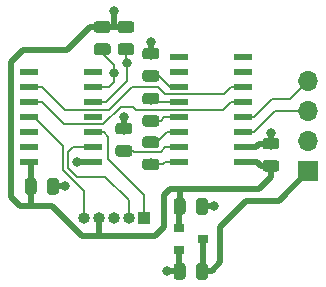
<source format=gbr>
G04 #@! TF.GenerationSoftware,KiCad,Pcbnew,(5.1.2)-1*
G04 #@! TF.CreationDate,2019-05-26T15:49:40+02:00*
G04 #@! TF.ProjectId,Dew Sensor,44657720-5365-46e7-936f-722e6b696361,rev?*
G04 #@! TF.SameCoordinates,Original*
G04 #@! TF.FileFunction,Copper,L2,Bot*
G04 #@! TF.FilePolarity,Positive*
%FSLAX46Y46*%
G04 Gerber Fmt 4.6, Leading zero omitted, Abs format (unit mm)*
G04 Created by KiCad (PCBNEW (5.1.2)-1) date 2019-05-26 15:49:40*
%MOMM*%
%LPD*%
G04 APERTURE LIST*
%ADD10O,1.700000X1.700000*%
%ADD11R,1.700000X1.700000*%
%ADD12O,1.000000X1.000000*%
%ADD13R,1.000000X1.000000*%
%ADD14C,0.100000*%
%ADD15C,0.975000*%
%ADD16R,1.500000X0.600000*%
%ADD17R,0.900000X0.800000*%
%ADD18C,0.800000*%
%ADD19C,0.200000*%
%ADD20C,0.500000*%
G04 APERTURE END LIST*
D10*
X218440000Y-121412000D03*
X218440000Y-123952000D03*
X218440000Y-126492000D03*
D11*
X218440000Y-129032000D03*
D12*
X199460000Y-133000000D03*
X200730000Y-133000000D03*
X202000000Y-133000000D03*
X203270000Y-133000000D03*
D13*
X204540000Y-133000000D03*
D14*
G36*
X203480142Y-116326174D02*
G01*
X203503803Y-116329684D01*
X203527007Y-116335496D01*
X203549529Y-116343554D01*
X203571153Y-116353782D01*
X203591670Y-116366079D01*
X203610883Y-116380329D01*
X203628607Y-116396393D01*
X203644671Y-116414117D01*
X203658921Y-116433330D01*
X203671218Y-116453847D01*
X203681446Y-116475471D01*
X203689504Y-116497993D01*
X203695316Y-116521197D01*
X203698826Y-116544858D01*
X203700000Y-116568750D01*
X203700000Y-117056250D01*
X203698826Y-117080142D01*
X203695316Y-117103803D01*
X203689504Y-117127007D01*
X203681446Y-117149529D01*
X203671218Y-117171153D01*
X203658921Y-117191670D01*
X203644671Y-117210883D01*
X203628607Y-117228607D01*
X203610883Y-117244671D01*
X203591670Y-117258921D01*
X203571153Y-117271218D01*
X203549529Y-117281446D01*
X203527007Y-117289504D01*
X203503803Y-117295316D01*
X203480142Y-117298826D01*
X203456250Y-117300000D01*
X202543750Y-117300000D01*
X202519858Y-117298826D01*
X202496197Y-117295316D01*
X202472993Y-117289504D01*
X202450471Y-117281446D01*
X202428847Y-117271218D01*
X202408330Y-117258921D01*
X202389117Y-117244671D01*
X202371393Y-117228607D01*
X202355329Y-117210883D01*
X202341079Y-117191670D01*
X202328782Y-117171153D01*
X202318554Y-117149529D01*
X202310496Y-117127007D01*
X202304684Y-117103803D01*
X202301174Y-117080142D01*
X202300000Y-117056250D01*
X202300000Y-116568750D01*
X202301174Y-116544858D01*
X202304684Y-116521197D01*
X202310496Y-116497993D01*
X202318554Y-116475471D01*
X202328782Y-116453847D01*
X202341079Y-116433330D01*
X202355329Y-116414117D01*
X202371393Y-116396393D01*
X202389117Y-116380329D01*
X202408330Y-116366079D01*
X202428847Y-116353782D01*
X202450471Y-116343554D01*
X202472993Y-116335496D01*
X202496197Y-116329684D01*
X202519858Y-116326174D01*
X202543750Y-116325000D01*
X203456250Y-116325000D01*
X203480142Y-116326174D01*
X203480142Y-116326174D01*
G37*
D15*
X203000000Y-116812500D03*
D14*
G36*
X203480142Y-118201174D02*
G01*
X203503803Y-118204684D01*
X203527007Y-118210496D01*
X203549529Y-118218554D01*
X203571153Y-118228782D01*
X203591670Y-118241079D01*
X203610883Y-118255329D01*
X203628607Y-118271393D01*
X203644671Y-118289117D01*
X203658921Y-118308330D01*
X203671218Y-118328847D01*
X203681446Y-118350471D01*
X203689504Y-118372993D01*
X203695316Y-118396197D01*
X203698826Y-118419858D01*
X203700000Y-118443750D01*
X203700000Y-118931250D01*
X203698826Y-118955142D01*
X203695316Y-118978803D01*
X203689504Y-119002007D01*
X203681446Y-119024529D01*
X203671218Y-119046153D01*
X203658921Y-119066670D01*
X203644671Y-119085883D01*
X203628607Y-119103607D01*
X203610883Y-119119671D01*
X203591670Y-119133921D01*
X203571153Y-119146218D01*
X203549529Y-119156446D01*
X203527007Y-119164504D01*
X203503803Y-119170316D01*
X203480142Y-119173826D01*
X203456250Y-119175000D01*
X202543750Y-119175000D01*
X202519858Y-119173826D01*
X202496197Y-119170316D01*
X202472993Y-119164504D01*
X202450471Y-119156446D01*
X202428847Y-119146218D01*
X202408330Y-119133921D01*
X202389117Y-119119671D01*
X202371393Y-119103607D01*
X202355329Y-119085883D01*
X202341079Y-119066670D01*
X202328782Y-119046153D01*
X202318554Y-119024529D01*
X202310496Y-119002007D01*
X202304684Y-118978803D01*
X202301174Y-118955142D01*
X202300000Y-118931250D01*
X202300000Y-118443750D01*
X202301174Y-118419858D01*
X202304684Y-118396197D01*
X202310496Y-118372993D01*
X202318554Y-118350471D01*
X202328782Y-118328847D01*
X202341079Y-118308330D01*
X202355329Y-118289117D01*
X202371393Y-118271393D01*
X202389117Y-118255329D01*
X202408330Y-118241079D01*
X202428847Y-118228782D01*
X202450471Y-118218554D01*
X202472993Y-118210496D01*
X202496197Y-118204684D01*
X202519858Y-118201174D01*
X202543750Y-118200000D01*
X203456250Y-118200000D01*
X203480142Y-118201174D01*
X203480142Y-118201174D01*
G37*
D15*
X203000000Y-118687500D03*
D14*
G36*
X201480142Y-118201174D02*
G01*
X201503803Y-118204684D01*
X201527007Y-118210496D01*
X201549529Y-118218554D01*
X201571153Y-118228782D01*
X201591670Y-118241079D01*
X201610883Y-118255329D01*
X201628607Y-118271393D01*
X201644671Y-118289117D01*
X201658921Y-118308330D01*
X201671218Y-118328847D01*
X201681446Y-118350471D01*
X201689504Y-118372993D01*
X201695316Y-118396197D01*
X201698826Y-118419858D01*
X201700000Y-118443750D01*
X201700000Y-118931250D01*
X201698826Y-118955142D01*
X201695316Y-118978803D01*
X201689504Y-119002007D01*
X201681446Y-119024529D01*
X201671218Y-119046153D01*
X201658921Y-119066670D01*
X201644671Y-119085883D01*
X201628607Y-119103607D01*
X201610883Y-119119671D01*
X201591670Y-119133921D01*
X201571153Y-119146218D01*
X201549529Y-119156446D01*
X201527007Y-119164504D01*
X201503803Y-119170316D01*
X201480142Y-119173826D01*
X201456250Y-119175000D01*
X200543750Y-119175000D01*
X200519858Y-119173826D01*
X200496197Y-119170316D01*
X200472993Y-119164504D01*
X200450471Y-119156446D01*
X200428847Y-119146218D01*
X200408330Y-119133921D01*
X200389117Y-119119671D01*
X200371393Y-119103607D01*
X200355329Y-119085883D01*
X200341079Y-119066670D01*
X200328782Y-119046153D01*
X200318554Y-119024529D01*
X200310496Y-119002007D01*
X200304684Y-118978803D01*
X200301174Y-118955142D01*
X200300000Y-118931250D01*
X200300000Y-118443750D01*
X200301174Y-118419858D01*
X200304684Y-118396197D01*
X200310496Y-118372993D01*
X200318554Y-118350471D01*
X200328782Y-118328847D01*
X200341079Y-118308330D01*
X200355329Y-118289117D01*
X200371393Y-118271393D01*
X200389117Y-118255329D01*
X200408330Y-118241079D01*
X200428847Y-118228782D01*
X200450471Y-118218554D01*
X200472993Y-118210496D01*
X200496197Y-118204684D01*
X200519858Y-118201174D01*
X200543750Y-118200000D01*
X201456250Y-118200000D01*
X201480142Y-118201174D01*
X201480142Y-118201174D01*
G37*
D15*
X201000000Y-118687500D03*
D14*
G36*
X201480142Y-116326174D02*
G01*
X201503803Y-116329684D01*
X201527007Y-116335496D01*
X201549529Y-116343554D01*
X201571153Y-116353782D01*
X201591670Y-116366079D01*
X201610883Y-116380329D01*
X201628607Y-116396393D01*
X201644671Y-116414117D01*
X201658921Y-116433330D01*
X201671218Y-116453847D01*
X201681446Y-116475471D01*
X201689504Y-116497993D01*
X201695316Y-116521197D01*
X201698826Y-116544858D01*
X201700000Y-116568750D01*
X201700000Y-117056250D01*
X201698826Y-117080142D01*
X201695316Y-117103803D01*
X201689504Y-117127007D01*
X201681446Y-117149529D01*
X201671218Y-117171153D01*
X201658921Y-117191670D01*
X201644671Y-117210883D01*
X201628607Y-117228607D01*
X201610883Y-117244671D01*
X201591670Y-117258921D01*
X201571153Y-117271218D01*
X201549529Y-117281446D01*
X201527007Y-117289504D01*
X201503803Y-117295316D01*
X201480142Y-117298826D01*
X201456250Y-117300000D01*
X200543750Y-117300000D01*
X200519858Y-117298826D01*
X200496197Y-117295316D01*
X200472993Y-117289504D01*
X200450471Y-117281446D01*
X200428847Y-117271218D01*
X200408330Y-117258921D01*
X200389117Y-117244671D01*
X200371393Y-117228607D01*
X200355329Y-117210883D01*
X200341079Y-117191670D01*
X200328782Y-117171153D01*
X200318554Y-117149529D01*
X200310496Y-117127007D01*
X200304684Y-117103803D01*
X200301174Y-117080142D01*
X200300000Y-117056250D01*
X200300000Y-116568750D01*
X200301174Y-116544858D01*
X200304684Y-116521197D01*
X200310496Y-116497993D01*
X200318554Y-116475471D01*
X200328782Y-116453847D01*
X200341079Y-116433330D01*
X200355329Y-116414117D01*
X200371393Y-116396393D01*
X200389117Y-116380329D01*
X200408330Y-116366079D01*
X200428847Y-116353782D01*
X200450471Y-116343554D01*
X200472993Y-116335496D01*
X200496197Y-116329684D01*
X200519858Y-116326174D01*
X200543750Y-116325000D01*
X201456250Y-116325000D01*
X201480142Y-116326174D01*
X201480142Y-116326174D01*
G37*
D15*
X201000000Y-116812500D03*
D14*
G36*
X203299142Y-126816174D02*
G01*
X203322803Y-126819684D01*
X203346007Y-126825496D01*
X203368529Y-126833554D01*
X203390153Y-126843782D01*
X203410670Y-126856079D01*
X203429883Y-126870329D01*
X203447607Y-126886393D01*
X203463671Y-126904117D01*
X203477921Y-126923330D01*
X203490218Y-126943847D01*
X203500446Y-126965471D01*
X203508504Y-126987993D01*
X203514316Y-127011197D01*
X203517826Y-127034858D01*
X203519000Y-127058750D01*
X203519000Y-127546250D01*
X203517826Y-127570142D01*
X203514316Y-127593803D01*
X203508504Y-127617007D01*
X203500446Y-127639529D01*
X203490218Y-127661153D01*
X203477921Y-127681670D01*
X203463671Y-127700883D01*
X203447607Y-127718607D01*
X203429883Y-127734671D01*
X203410670Y-127748921D01*
X203390153Y-127761218D01*
X203368529Y-127771446D01*
X203346007Y-127779504D01*
X203322803Y-127785316D01*
X203299142Y-127788826D01*
X203275250Y-127790000D01*
X202362750Y-127790000D01*
X202338858Y-127788826D01*
X202315197Y-127785316D01*
X202291993Y-127779504D01*
X202269471Y-127771446D01*
X202247847Y-127761218D01*
X202227330Y-127748921D01*
X202208117Y-127734671D01*
X202190393Y-127718607D01*
X202174329Y-127700883D01*
X202160079Y-127681670D01*
X202147782Y-127661153D01*
X202137554Y-127639529D01*
X202129496Y-127617007D01*
X202123684Y-127593803D01*
X202120174Y-127570142D01*
X202119000Y-127546250D01*
X202119000Y-127058750D01*
X202120174Y-127034858D01*
X202123684Y-127011197D01*
X202129496Y-126987993D01*
X202137554Y-126965471D01*
X202147782Y-126943847D01*
X202160079Y-126923330D01*
X202174329Y-126904117D01*
X202190393Y-126886393D01*
X202208117Y-126870329D01*
X202227330Y-126856079D01*
X202247847Y-126843782D01*
X202269471Y-126833554D01*
X202291993Y-126825496D01*
X202315197Y-126819684D01*
X202338858Y-126816174D01*
X202362750Y-126815000D01*
X203275250Y-126815000D01*
X203299142Y-126816174D01*
X203299142Y-126816174D01*
G37*
D15*
X202819000Y-127302500D03*
D14*
G36*
X203299142Y-124941174D02*
G01*
X203322803Y-124944684D01*
X203346007Y-124950496D01*
X203368529Y-124958554D01*
X203390153Y-124968782D01*
X203410670Y-124981079D01*
X203429883Y-124995329D01*
X203447607Y-125011393D01*
X203463671Y-125029117D01*
X203477921Y-125048330D01*
X203490218Y-125068847D01*
X203500446Y-125090471D01*
X203508504Y-125112993D01*
X203514316Y-125136197D01*
X203517826Y-125159858D01*
X203519000Y-125183750D01*
X203519000Y-125671250D01*
X203517826Y-125695142D01*
X203514316Y-125718803D01*
X203508504Y-125742007D01*
X203500446Y-125764529D01*
X203490218Y-125786153D01*
X203477921Y-125806670D01*
X203463671Y-125825883D01*
X203447607Y-125843607D01*
X203429883Y-125859671D01*
X203410670Y-125873921D01*
X203390153Y-125886218D01*
X203368529Y-125896446D01*
X203346007Y-125904504D01*
X203322803Y-125910316D01*
X203299142Y-125913826D01*
X203275250Y-125915000D01*
X202362750Y-125915000D01*
X202338858Y-125913826D01*
X202315197Y-125910316D01*
X202291993Y-125904504D01*
X202269471Y-125896446D01*
X202247847Y-125886218D01*
X202227330Y-125873921D01*
X202208117Y-125859671D01*
X202190393Y-125843607D01*
X202174329Y-125825883D01*
X202160079Y-125806670D01*
X202147782Y-125786153D01*
X202137554Y-125764529D01*
X202129496Y-125742007D01*
X202123684Y-125718803D01*
X202120174Y-125695142D01*
X202119000Y-125671250D01*
X202119000Y-125183750D01*
X202120174Y-125159858D01*
X202123684Y-125136197D01*
X202129496Y-125112993D01*
X202137554Y-125090471D01*
X202147782Y-125068847D01*
X202160079Y-125048330D01*
X202174329Y-125029117D01*
X202190393Y-125011393D01*
X202208117Y-124995329D01*
X202227330Y-124981079D01*
X202247847Y-124968782D01*
X202269471Y-124958554D01*
X202291993Y-124950496D01*
X202315197Y-124944684D01*
X202338858Y-124941174D01*
X202362750Y-124940000D01*
X203275250Y-124940000D01*
X203299142Y-124941174D01*
X203299142Y-124941174D01*
G37*
D15*
X202819000Y-125427500D03*
D14*
G36*
X205585142Y-120466174D02*
G01*
X205608803Y-120469684D01*
X205632007Y-120475496D01*
X205654529Y-120483554D01*
X205676153Y-120493782D01*
X205696670Y-120506079D01*
X205715883Y-120520329D01*
X205733607Y-120536393D01*
X205749671Y-120554117D01*
X205763921Y-120573330D01*
X205776218Y-120593847D01*
X205786446Y-120615471D01*
X205794504Y-120637993D01*
X205800316Y-120661197D01*
X205803826Y-120684858D01*
X205805000Y-120708750D01*
X205805000Y-121196250D01*
X205803826Y-121220142D01*
X205800316Y-121243803D01*
X205794504Y-121267007D01*
X205786446Y-121289529D01*
X205776218Y-121311153D01*
X205763921Y-121331670D01*
X205749671Y-121350883D01*
X205733607Y-121368607D01*
X205715883Y-121384671D01*
X205696670Y-121398921D01*
X205676153Y-121411218D01*
X205654529Y-121421446D01*
X205632007Y-121429504D01*
X205608803Y-121435316D01*
X205585142Y-121438826D01*
X205561250Y-121440000D01*
X204648750Y-121440000D01*
X204624858Y-121438826D01*
X204601197Y-121435316D01*
X204577993Y-121429504D01*
X204555471Y-121421446D01*
X204533847Y-121411218D01*
X204513330Y-121398921D01*
X204494117Y-121384671D01*
X204476393Y-121368607D01*
X204460329Y-121350883D01*
X204446079Y-121331670D01*
X204433782Y-121311153D01*
X204423554Y-121289529D01*
X204415496Y-121267007D01*
X204409684Y-121243803D01*
X204406174Y-121220142D01*
X204405000Y-121196250D01*
X204405000Y-120708750D01*
X204406174Y-120684858D01*
X204409684Y-120661197D01*
X204415496Y-120637993D01*
X204423554Y-120615471D01*
X204433782Y-120593847D01*
X204446079Y-120573330D01*
X204460329Y-120554117D01*
X204476393Y-120536393D01*
X204494117Y-120520329D01*
X204513330Y-120506079D01*
X204533847Y-120493782D01*
X204555471Y-120483554D01*
X204577993Y-120475496D01*
X204601197Y-120469684D01*
X204624858Y-120466174D01*
X204648750Y-120465000D01*
X205561250Y-120465000D01*
X205585142Y-120466174D01*
X205585142Y-120466174D01*
G37*
D15*
X205105000Y-120952500D03*
D14*
G36*
X205585142Y-118591174D02*
G01*
X205608803Y-118594684D01*
X205632007Y-118600496D01*
X205654529Y-118608554D01*
X205676153Y-118618782D01*
X205696670Y-118631079D01*
X205715883Y-118645329D01*
X205733607Y-118661393D01*
X205749671Y-118679117D01*
X205763921Y-118698330D01*
X205776218Y-118718847D01*
X205786446Y-118740471D01*
X205794504Y-118762993D01*
X205800316Y-118786197D01*
X205803826Y-118809858D01*
X205805000Y-118833750D01*
X205805000Y-119321250D01*
X205803826Y-119345142D01*
X205800316Y-119368803D01*
X205794504Y-119392007D01*
X205786446Y-119414529D01*
X205776218Y-119436153D01*
X205763921Y-119456670D01*
X205749671Y-119475883D01*
X205733607Y-119493607D01*
X205715883Y-119509671D01*
X205696670Y-119523921D01*
X205676153Y-119536218D01*
X205654529Y-119546446D01*
X205632007Y-119554504D01*
X205608803Y-119560316D01*
X205585142Y-119563826D01*
X205561250Y-119565000D01*
X204648750Y-119565000D01*
X204624858Y-119563826D01*
X204601197Y-119560316D01*
X204577993Y-119554504D01*
X204555471Y-119546446D01*
X204533847Y-119536218D01*
X204513330Y-119523921D01*
X204494117Y-119509671D01*
X204476393Y-119493607D01*
X204460329Y-119475883D01*
X204446079Y-119456670D01*
X204433782Y-119436153D01*
X204423554Y-119414529D01*
X204415496Y-119392007D01*
X204409684Y-119368803D01*
X204406174Y-119345142D01*
X204405000Y-119321250D01*
X204405000Y-118833750D01*
X204406174Y-118809858D01*
X204409684Y-118786197D01*
X204415496Y-118762993D01*
X204423554Y-118740471D01*
X204433782Y-118718847D01*
X204446079Y-118698330D01*
X204460329Y-118679117D01*
X204476393Y-118661393D01*
X204494117Y-118645329D01*
X204513330Y-118631079D01*
X204533847Y-118618782D01*
X204555471Y-118608554D01*
X204577993Y-118600496D01*
X204601197Y-118594684D01*
X204624858Y-118591174D01*
X204648750Y-118590000D01*
X205561250Y-118590000D01*
X205585142Y-118591174D01*
X205585142Y-118591174D01*
G37*
D15*
X205105000Y-119077500D03*
D14*
G36*
X205585142Y-124276174D02*
G01*
X205608803Y-124279684D01*
X205632007Y-124285496D01*
X205654529Y-124293554D01*
X205676153Y-124303782D01*
X205696670Y-124316079D01*
X205715883Y-124330329D01*
X205733607Y-124346393D01*
X205749671Y-124364117D01*
X205763921Y-124383330D01*
X205776218Y-124403847D01*
X205786446Y-124425471D01*
X205794504Y-124447993D01*
X205800316Y-124471197D01*
X205803826Y-124494858D01*
X205805000Y-124518750D01*
X205805000Y-125006250D01*
X205803826Y-125030142D01*
X205800316Y-125053803D01*
X205794504Y-125077007D01*
X205786446Y-125099529D01*
X205776218Y-125121153D01*
X205763921Y-125141670D01*
X205749671Y-125160883D01*
X205733607Y-125178607D01*
X205715883Y-125194671D01*
X205696670Y-125208921D01*
X205676153Y-125221218D01*
X205654529Y-125231446D01*
X205632007Y-125239504D01*
X205608803Y-125245316D01*
X205585142Y-125248826D01*
X205561250Y-125250000D01*
X204648750Y-125250000D01*
X204624858Y-125248826D01*
X204601197Y-125245316D01*
X204577993Y-125239504D01*
X204555471Y-125231446D01*
X204533847Y-125221218D01*
X204513330Y-125208921D01*
X204494117Y-125194671D01*
X204476393Y-125178607D01*
X204460329Y-125160883D01*
X204446079Y-125141670D01*
X204433782Y-125121153D01*
X204423554Y-125099529D01*
X204415496Y-125077007D01*
X204409684Y-125053803D01*
X204406174Y-125030142D01*
X204405000Y-125006250D01*
X204405000Y-124518750D01*
X204406174Y-124494858D01*
X204409684Y-124471197D01*
X204415496Y-124447993D01*
X204423554Y-124425471D01*
X204433782Y-124403847D01*
X204446079Y-124383330D01*
X204460329Y-124364117D01*
X204476393Y-124346393D01*
X204494117Y-124330329D01*
X204513330Y-124316079D01*
X204533847Y-124303782D01*
X204555471Y-124293554D01*
X204577993Y-124285496D01*
X204601197Y-124279684D01*
X204624858Y-124276174D01*
X204648750Y-124275000D01*
X205561250Y-124275000D01*
X205585142Y-124276174D01*
X205585142Y-124276174D01*
G37*
D15*
X205105000Y-124762500D03*
D14*
G36*
X205585142Y-122401174D02*
G01*
X205608803Y-122404684D01*
X205632007Y-122410496D01*
X205654529Y-122418554D01*
X205676153Y-122428782D01*
X205696670Y-122441079D01*
X205715883Y-122455329D01*
X205733607Y-122471393D01*
X205749671Y-122489117D01*
X205763921Y-122508330D01*
X205776218Y-122528847D01*
X205786446Y-122550471D01*
X205794504Y-122572993D01*
X205800316Y-122596197D01*
X205803826Y-122619858D01*
X205805000Y-122643750D01*
X205805000Y-123131250D01*
X205803826Y-123155142D01*
X205800316Y-123178803D01*
X205794504Y-123202007D01*
X205786446Y-123224529D01*
X205776218Y-123246153D01*
X205763921Y-123266670D01*
X205749671Y-123285883D01*
X205733607Y-123303607D01*
X205715883Y-123319671D01*
X205696670Y-123333921D01*
X205676153Y-123346218D01*
X205654529Y-123356446D01*
X205632007Y-123364504D01*
X205608803Y-123370316D01*
X205585142Y-123373826D01*
X205561250Y-123375000D01*
X204648750Y-123375000D01*
X204624858Y-123373826D01*
X204601197Y-123370316D01*
X204577993Y-123364504D01*
X204555471Y-123356446D01*
X204533847Y-123346218D01*
X204513330Y-123333921D01*
X204494117Y-123319671D01*
X204476393Y-123303607D01*
X204460329Y-123285883D01*
X204446079Y-123266670D01*
X204433782Y-123246153D01*
X204423554Y-123224529D01*
X204415496Y-123202007D01*
X204409684Y-123178803D01*
X204406174Y-123155142D01*
X204405000Y-123131250D01*
X204405000Y-122643750D01*
X204406174Y-122619858D01*
X204409684Y-122596197D01*
X204415496Y-122572993D01*
X204423554Y-122550471D01*
X204433782Y-122528847D01*
X204446079Y-122508330D01*
X204460329Y-122489117D01*
X204476393Y-122471393D01*
X204494117Y-122455329D01*
X204513330Y-122441079D01*
X204533847Y-122428782D01*
X204555471Y-122418554D01*
X204577993Y-122410496D01*
X204601197Y-122404684D01*
X204624858Y-122401174D01*
X204648750Y-122400000D01*
X205561250Y-122400000D01*
X205585142Y-122401174D01*
X205585142Y-122401174D01*
G37*
D15*
X205105000Y-122887500D03*
D14*
G36*
X209705142Y-131301174D02*
G01*
X209728803Y-131304684D01*
X209752007Y-131310496D01*
X209774529Y-131318554D01*
X209796153Y-131328782D01*
X209816670Y-131341079D01*
X209835883Y-131355329D01*
X209853607Y-131371393D01*
X209869671Y-131389117D01*
X209883921Y-131408330D01*
X209896218Y-131428847D01*
X209906446Y-131450471D01*
X209914504Y-131472993D01*
X209920316Y-131496197D01*
X209923826Y-131519858D01*
X209925000Y-131543750D01*
X209925000Y-132456250D01*
X209923826Y-132480142D01*
X209920316Y-132503803D01*
X209914504Y-132527007D01*
X209906446Y-132549529D01*
X209896218Y-132571153D01*
X209883921Y-132591670D01*
X209869671Y-132610883D01*
X209853607Y-132628607D01*
X209835883Y-132644671D01*
X209816670Y-132658921D01*
X209796153Y-132671218D01*
X209774529Y-132681446D01*
X209752007Y-132689504D01*
X209728803Y-132695316D01*
X209705142Y-132698826D01*
X209681250Y-132700000D01*
X209193750Y-132700000D01*
X209169858Y-132698826D01*
X209146197Y-132695316D01*
X209122993Y-132689504D01*
X209100471Y-132681446D01*
X209078847Y-132671218D01*
X209058330Y-132658921D01*
X209039117Y-132644671D01*
X209021393Y-132628607D01*
X209005329Y-132610883D01*
X208991079Y-132591670D01*
X208978782Y-132571153D01*
X208968554Y-132549529D01*
X208960496Y-132527007D01*
X208954684Y-132503803D01*
X208951174Y-132480142D01*
X208950000Y-132456250D01*
X208950000Y-131543750D01*
X208951174Y-131519858D01*
X208954684Y-131496197D01*
X208960496Y-131472993D01*
X208968554Y-131450471D01*
X208978782Y-131428847D01*
X208991079Y-131408330D01*
X209005329Y-131389117D01*
X209021393Y-131371393D01*
X209039117Y-131355329D01*
X209058330Y-131341079D01*
X209078847Y-131328782D01*
X209100471Y-131318554D01*
X209122993Y-131310496D01*
X209146197Y-131304684D01*
X209169858Y-131301174D01*
X209193750Y-131300000D01*
X209681250Y-131300000D01*
X209705142Y-131301174D01*
X209705142Y-131301174D01*
G37*
D15*
X209437500Y-132000000D03*
D14*
G36*
X207830142Y-131301174D02*
G01*
X207853803Y-131304684D01*
X207877007Y-131310496D01*
X207899529Y-131318554D01*
X207921153Y-131328782D01*
X207941670Y-131341079D01*
X207960883Y-131355329D01*
X207978607Y-131371393D01*
X207994671Y-131389117D01*
X208008921Y-131408330D01*
X208021218Y-131428847D01*
X208031446Y-131450471D01*
X208039504Y-131472993D01*
X208045316Y-131496197D01*
X208048826Y-131519858D01*
X208050000Y-131543750D01*
X208050000Y-132456250D01*
X208048826Y-132480142D01*
X208045316Y-132503803D01*
X208039504Y-132527007D01*
X208031446Y-132549529D01*
X208021218Y-132571153D01*
X208008921Y-132591670D01*
X207994671Y-132610883D01*
X207978607Y-132628607D01*
X207960883Y-132644671D01*
X207941670Y-132658921D01*
X207921153Y-132671218D01*
X207899529Y-132681446D01*
X207877007Y-132689504D01*
X207853803Y-132695316D01*
X207830142Y-132698826D01*
X207806250Y-132700000D01*
X207318750Y-132700000D01*
X207294858Y-132698826D01*
X207271197Y-132695316D01*
X207247993Y-132689504D01*
X207225471Y-132681446D01*
X207203847Y-132671218D01*
X207183330Y-132658921D01*
X207164117Y-132644671D01*
X207146393Y-132628607D01*
X207130329Y-132610883D01*
X207116079Y-132591670D01*
X207103782Y-132571153D01*
X207093554Y-132549529D01*
X207085496Y-132527007D01*
X207079684Y-132503803D01*
X207076174Y-132480142D01*
X207075000Y-132456250D01*
X207075000Y-131543750D01*
X207076174Y-131519858D01*
X207079684Y-131496197D01*
X207085496Y-131472993D01*
X207093554Y-131450471D01*
X207103782Y-131428847D01*
X207116079Y-131408330D01*
X207130329Y-131389117D01*
X207146393Y-131371393D01*
X207164117Y-131355329D01*
X207183330Y-131341079D01*
X207203847Y-131328782D01*
X207225471Y-131318554D01*
X207247993Y-131310496D01*
X207271197Y-131304684D01*
X207294858Y-131301174D01*
X207318750Y-131300000D01*
X207806250Y-131300000D01*
X207830142Y-131301174D01*
X207830142Y-131301174D01*
G37*
D15*
X207562500Y-132000000D03*
D14*
G36*
X215745142Y-128086174D02*
G01*
X215768803Y-128089684D01*
X215792007Y-128095496D01*
X215814529Y-128103554D01*
X215836153Y-128113782D01*
X215856670Y-128126079D01*
X215875883Y-128140329D01*
X215893607Y-128156393D01*
X215909671Y-128174117D01*
X215923921Y-128193330D01*
X215936218Y-128213847D01*
X215946446Y-128235471D01*
X215954504Y-128257993D01*
X215960316Y-128281197D01*
X215963826Y-128304858D01*
X215965000Y-128328750D01*
X215965000Y-128816250D01*
X215963826Y-128840142D01*
X215960316Y-128863803D01*
X215954504Y-128887007D01*
X215946446Y-128909529D01*
X215936218Y-128931153D01*
X215923921Y-128951670D01*
X215909671Y-128970883D01*
X215893607Y-128988607D01*
X215875883Y-129004671D01*
X215856670Y-129018921D01*
X215836153Y-129031218D01*
X215814529Y-129041446D01*
X215792007Y-129049504D01*
X215768803Y-129055316D01*
X215745142Y-129058826D01*
X215721250Y-129060000D01*
X214808750Y-129060000D01*
X214784858Y-129058826D01*
X214761197Y-129055316D01*
X214737993Y-129049504D01*
X214715471Y-129041446D01*
X214693847Y-129031218D01*
X214673330Y-129018921D01*
X214654117Y-129004671D01*
X214636393Y-128988607D01*
X214620329Y-128970883D01*
X214606079Y-128951670D01*
X214593782Y-128931153D01*
X214583554Y-128909529D01*
X214575496Y-128887007D01*
X214569684Y-128863803D01*
X214566174Y-128840142D01*
X214565000Y-128816250D01*
X214565000Y-128328750D01*
X214566174Y-128304858D01*
X214569684Y-128281197D01*
X214575496Y-128257993D01*
X214583554Y-128235471D01*
X214593782Y-128213847D01*
X214606079Y-128193330D01*
X214620329Y-128174117D01*
X214636393Y-128156393D01*
X214654117Y-128140329D01*
X214673330Y-128126079D01*
X214693847Y-128113782D01*
X214715471Y-128103554D01*
X214737993Y-128095496D01*
X214761197Y-128089684D01*
X214784858Y-128086174D01*
X214808750Y-128085000D01*
X215721250Y-128085000D01*
X215745142Y-128086174D01*
X215745142Y-128086174D01*
G37*
D15*
X215265000Y-128572500D03*
D14*
G36*
X215745142Y-126211174D02*
G01*
X215768803Y-126214684D01*
X215792007Y-126220496D01*
X215814529Y-126228554D01*
X215836153Y-126238782D01*
X215856670Y-126251079D01*
X215875883Y-126265329D01*
X215893607Y-126281393D01*
X215909671Y-126299117D01*
X215923921Y-126318330D01*
X215936218Y-126338847D01*
X215946446Y-126360471D01*
X215954504Y-126382993D01*
X215960316Y-126406197D01*
X215963826Y-126429858D01*
X215965000Y-126453750D01*
X215965000Y-126941250D01*
X215963826Y-126965142D01*
X215960316Y-126988803D01*
X215954504Y-127012007D01*
X215946446Y-127034529D01*
X215936218Y-127056153D01*
X215923921Y-127076670D01*
X215909671Y-127095883D01*
X215893607Y-127113607D01*
X215875883Y-127129671D01*
X215856670Y-127143921D01*
X215836153Y-127156218D01*
X215814529Y-127166446D01*
X215792007Y-127174504D01*
X215768803Y-127180316D01*
X215745142Y-127183826D01*
X215721250Y-127185000D01*
X214808750Y-127185000D01*
X214784858Y-127183826D01*
X214761197Y-127180316D01*
X214737993Y-127174504D01*
X214715471Y-127166446D01*
X214693847Y-127156218D01*
X214673330Y-127143921D01*
X214654117Y-127129671D01*
X214636393Y-127113607D01*
X214620329Y-127095883D01*
X214606079Y-127076670D01*
X214593782Y-127056153D01*
X214583554Y-127034529D01*
X214575496Y-127012007D01*
X214569684Y-126988803D01*
X214566174Y-126965142D01*
X214565000Y-126941250D01*
X214565000Y-126453750D01*
X214566174Y-126429858D01*
X214569684Y-126406197D01*
X214575496Y-126382993D01*
X214583554Y-126360471D01*
X214593782Y-126338847D01*
X214606079Y-126318330D01*
X214620329Y-126299117D01*
X214636393Y-126281393D01*
X214654117Y-126265329D01*
X214673330Y-126251079D01*
X214693847Y-126238782D01*
X214715471Y-126228554D01*
X214737993Y-126220496D01*
X214761197Y-126214684D01*
X214784858Y-126211174D01*
X214808750Y-126210000D01*
X215721250Y-126210000D01*
X215745142Y-126211174D01*
X215745142Y-126211174D01*
G37*
D15*
X215265000Y-126697500D03*
D14*
G36*
X205585142Y-126084174D02*
G01*
X205608803Y-126087684D01*
X205632007Y-126093496D01*
X205654529Y-126101554D01*
X205676153Y-126111782D01*
X205696670Y-126124079D01*
X205715883Y-126138329D01*
X205733607Y-126154393D01*
X205749671Y-126172117D01*
X205763921Y-126191330D01*
X205776218Y-126211847D01*
X205786446Y-126233471D01*
X205794504Y-126255993D01*
X205800316Y-126279197D01*
X205803826Y-126302858D01*
X205805000Y-126326750D01*
X205805000Y-126814250D01*
X205803826Y-126838142D01*
X205800316Y-126861803D01*
X205794504Y-126885007D01*
X205786446Y-126907529D01*
X205776218Y-126929153D01*
X205763921Y-126949670D01*
X205749671Y-126968883D01*
X205733607Y-126986607D01*
X205715883Y-127002671D01*
X205696670Y-127016921D01*
X205676153Y-127029218D01*
X205654529Y-127039446D01*
X205632007Y-127047504D01*
X205608803Y-127053316D01*
X205585142Y-127056826D01*
X205561250Y-127058000D01*
X204648750Y-127058000D01*
X204624858Y-127056826D01*
X204601197Y-127053316D01*
X204577993Y-127047504D01*
X204555471Y-127039446D01*
X204533847Y-127029218D01*
X204513330Y-127016921D01*
X204494117Y-127002671D01*
X204476393Y-126986607D01*
X204460329Y-126968883D01*
X204446079Y-126949670D01*
X204433782Y-126929153D01*
X204423554Y-126907529D01*
X204415496Y-126885007D01*
X204409684Y-126861803D01*
X204406174Y-126838142D01*
X204405000Y-126814250D01*
X204405000Y-126326750D01*
X204406174Y-126302858D01*
X204409684Y-126279197D01*
X204415496Y-126255993D01*
X204423554Y-126233471D01*
X204433782Y-126211847D01*
X204446079Y-126191330D01*
X204460329Y-126172117D01*
X204476393Y-126154393D01*
X204494117Y-126138329D01*
X204513330Y-126124079D01*
X204533847Y-126111782D01*
X204555471Y-126101554D01*
X204577993Y-126093496D01*
X204601197Y-126087684D01*
X204624858Y-126084174D01*
X204648750Y-126083000D01*
X205561250Y-126083000D01*
X205585142Y-126084174D01*
X205585142Y-126084174D01*
G37*
D15*
X205105000Y-126570500D03*
D14*
G36*
X205585142Y-127959174D02*
G01*
X205608803Y-127962684D01*
X205632007Y-127968496D01*
X205654529Y-127976554D01*
X205676153Y-127986782D01*
X205696670Y-127999079D01*
X205715883Y-128013329D01*
X205733607Y-128029393D01*
X205749671Y-128047117D01*
X205763921Y-128066330D01*
X205776218Y-128086847D01*
X205786446Y-128108471D01*
X205794504Y-128130993D01*
X205800316Y-128154197D01*
X205803826Y-128177858D01*
X205805000Y-128201750D01*
X205805000Y-128689250D01*
X205803826Y-128713142D01*
X205800316Y-128736803D01*
X205794504Y-128760007D01*
X205786446Y-128782529D01*
X205776218Y-128804153D01*
X205763921Y-128824670D01*
X205749671Y-128843883D01*
X205733607Y-128861607D01*
X205715883Y-128877671D01*
X205696670Y-128891921D01*
X205676153Y-128904218D01*
X205654529Y-128914446D01*
X205632007Y-128922504D01*
X205608803Y-128928316D01*
X205585142Y-128931826D01*
X205561250Y-128933000D01*
X204648750Y-128933000D01*
X204624858Y-128931826D01*
X204601197Y-128928316D01*
X204577993Y-128922504D01*
X204555471Y-128914446D01*
X204533847Y-128904218D01*
X204513330Y-128891921D01*
X204494117Y-128877671D01*
X204476393Y-128861607D01*
X204460329Y-128843883D01*
X204446079Y-128824670D01*
X204433782Y-128804153D01*
X204423554Y-128782529D01*
X204415496Y-128760007D01*
X204409684Y-128736803D01*
X204406174Y-128713142D01*
X204405000Y-128689250D01*
X204405000Y-128201750D01*
X204406174Y-128177858D01*
X204409684Y-128154197D01*
X204415496Y-128130993D01*
X204423554Y-128108471D01*
X204433782Y-128086847D01*
X204446079Y-128066330D01*
X204460329Y-128047117D01*
X204476393Y-128029393D01*
X204494117Y-128013329D01*
X204513330Y-127999079D01*
X204533847Y-127986782D01*
X204555471Y-127976554D01*
X204577993Y-127968496D01*
X204601197Y-127962684D01*
X204624858Y-127959174D01*
X204648750Y-127958000D01*
X205561250Y-127958000D01*
X205585142Y-127959174D01*
X205585142Y-127959174D01*
G37*
D15*
X205105000Y-128445500D03*
D14*
G36*
X197087642Y-129603174D02*
G01*
X197111303Y-129606684D01*
X197134507Y-129612496D01*
X197157029Y-129620554D01*
X197178653Y-129630782D01*
X197199170Y-129643079D01*
X197218383Y-129657329D01*
X197236107Y-129673393D01*
X197252171Y-129691117D01*
X197266421Y-129710330D01*
X197278718Y-129730847D01*
X197288946Y-129752471D01*
X197297004Y-129774993D01*
X197302816Y-129798197D01*
X197306326Y-129821858D01*
X197307500Y-129845750D01*
X197307500Y-130758250D01*
X197306326Y-130782142D01*
X197302816Y-130805803D01*
X197297004Y-130829007D01*
X197288946Y-130851529D01*
X197278718Y-130873153D01*
X197266421Y-130893670D01*
X197252171Y-130912883D01*
X197236107Y-130930607D01*
X197218383Y-130946671D01*
X197199170Y-130960921D01*
X197178653Y-130973218D01*
X197157029Y-130983446D01*
X197134507Y-130991504D01*
X197111303Y-130997316D01*
X197087642Y-131000826D01*
X197063750Y-131002000D01*
X196576250Y-131002000D01*
X196552358Y-131000826D01*
X196528697Y-130997316D01*
X196505493Y-130991504D01*
X196482971Y-130983446D01*
X196461347Y-130973218D01*
X196440830Y-130960921D01*
X196421617Y-130946671D01*
X196403893Y-130930607D01*
X196387829Y-130912883D01*
X196373579Y-130893670D01*
X196361282Y-130873153D01*
X196351054Y-130851529D01*
X196342996Y-130829007D01*
X196337184Y-130805803D01*
X196333674Y-130782142D01*
X196332500Y-130758250D01*
X196332500Y-129845750D01*
X196333674Y-129821858D01*
X196337184Y-129798197D01*
X196342996Y-129774993D01*
X196351054Y-129752471D01*
X196361282Y-129730847D01*
X196373579Y-129710330D01*
X196387829Y-129691117D01*
X196403893Y-129673393D01*
X196421617Y-129657329D01*
X196440830Y-129643079D01*
X196461347Y-129630782D01*
X196482971Y-129620554D01*
X196505493Y-129612496D01*
X196528697Y-129606684D01*
X196552358Y-129603174D01*
X196576250Y-129602000D01*
X197063750Y-129602000D01*
X197087642Y-129603174D01*
X197087642Y-129603174D01*
G37*
D15*
X196820000Y-130302000D03*
D14*
G36*
X195212642Y-129603174D02*
G01*
X195236303Y-129606684D01*
X195259507Y-129612496D01*
X195282029Y-129620554D01*
X195303653Y-129630782D01*
X195324170Y-129643079D01*
X195343383Y-129657329D01*
X195361107Y-129673393D01*
X195377171Y-129691117D01*
X195391421Y-129710330D01*
X195403718Y-129730847D01*
X195413946Y-129752471D01*
X195422004Y-129774993D01*
X195427816Y-129798197D01*
X195431326Y-129821858D01*
X195432500Y-129845750D01*
X195432500Y-130758250D01*
X195431326Y-130782142D01*
X195427816Y-130805803D01*
X195422004Y-130829007D01*
X195413946Y-130851529D01*
X195403718Y-130873153D01*
X195391421Y-130893670D01*
X195377171Y-130912883D01*
X195361107Y-130930607D01*
X195343383Y-130946671D01*
X195324170Y-130960921D01*
X195303653Y-130973218D01*
X195282029Y-130983446D01*
X195259507Y-130991504D01*
X195236303Y-130997316D01*
X195212642Y-131000826D01*
X195188750Y-131002000D01*
X194701250Y-131002000D01*
X194677358Y-131000826D01*
X194653697Y-130997316D01*
X194630493Y-130991504D01*
X194607971Y-130983446D01*
X194586347Y-130973218D01*
X194565830Y-130960921D01*
X194546617Y-130946671D01*
X194528893Y-130930607D01*
X194512829Y-130912883D01*
X194498579Y-130893670D01*
X194486282Y-130873153D01*
X194476054Y-130851529D01*
X194467996Y-130829007D01*
X194462184Y-130805803D01*
X194458674Y-130782142D01*
X194457500Y-130758250D01*
X194457500Y-129845750D01*
X194458674Y-129821858D01*
X194462184Y-129798197D01*
X194467996Y-129774993D01*
X194476054Y-129752471D01*
X194486282Y-129730847D01*
X194498579Y-129710330D01*
X194512829Y-129691117D01*
X194528893Y-129673393D01*
X194546617Y-129657329D01*
X194565830Y-129643079D01*
X194586347Y-129630782D01*
X194607971Y-129620554D01*
X194630493Y-129612496D01*
X194653697Y-129606684D01*
X194677358Y-129603174D01*
X194701250Y-129602000D01*
X195188750Y-129602000D01*
X195212642Y-129603174D01*
X195212642Y-129603174D01*
G37*
D15*
X194945000Y-130302000D03*
D14*
G36*
X207830142Y-136801174D02*
G01*
X207853803Y-136804684D01*
X207877007Y-136810496D01*
X207899529Y-136818554D01*
X207921153Y-136828782D01*
X207941670Y-136841079D01*
X207960883Y-136855329D01*
X207978607Y-136871393D01*
X207994671Y-136889117D01*
X208008921Y-136908330D01*
X208021218Y-136928847D01*
X208031446Y-136950471D01*
X208039504Y-136972993D01*
X208045316Y-136996197D01*
X208048826Y-137019858D01*
X208050000Y-137043750D01*
X208050000Y-137956250D01*
X208048826Y-137980142D01*
X208045316Y-138003803D01*
X208039504Y-138027007D01*
X208031446Y-138049529D01*
X208021218Y-138071153D01*
X208008921Y-138091670D01*
X207994671Y-138110883D01*
X207978607Y-138128607D01*
X207960883Y-138144671D01*
X207941670Y-138158921D01*
X207921153Y-138171218D01*
X207899529Y-138181446D01*
X207877007Y-138189504D01*
X207853803Y-138195316D01*
X207830142Y-138198826D01*
X207806250Y-138200000D01*
X207318750Y-138200000D01*
X207294858Y-138198826D01*
X207271197Y-138195316D01*
X207247993Y-138189504D01*
X207225471Y-138181446D01*
X207203847Y-138171218D01*
X207183330Y-138158921D01*
X207164117Y-138144671D01*
X207146393Y-138128607D01*
X207130329Y-138110883D01*
X207116079Y-138091670D01*
X207103782Y-138071153D01*
X207093554Y-138049529D01*
X207085496Y-138027007D01*
X207079684Y-138003803D01*
X207076174Y-137980142D01*
X207075000Y-137956250D01*
X207075000Y-137043750D01*
X207076174Y-137019858D01*
X207079684Y-136996197D01*
X207085496Y-136972993D01*
X207093554Y-136950471D01*
X207103782Y-136928847D01*
X207116079Y-136908330D01*
X207130329Y-136889117D01*
X207146393Y-136871393D01*
X207164117Y-136855329D01*
X207183330Y-136841079D01*
X207203847Y-136828782D01*
X207225471Y-136818554D01*
X207247993Y-136810496D01*
X207271197Y-136804684D01*
X207294858Y-136801174D01*
X207318750Y-136800000D01*
X207806250Y-136800000D01*
X207830142Y-136801174D01*
X207830142Y-136801174D01*
G37*
D15*
X207562500Y-137500000D03*
D14*
G36*
X209705142Y-136801174D02*
G01*
X209728803Y-136804684D01*
X209752007Y-136810496D01*
X209774529Y-136818554D01*
X209796153Y-136828782D01*
X209816670Y-136841079D01*
X209835883Y-136855329D01*
X209853607Y-136871393D01*
X209869671Y-136889117D01*
X209883921Y-136908330D01*
X209896218Y-136928847D01*
X209906446Y-136950471D01*
X209914504Y-136972993D01*
X209920316Y-136996197D01*
X209923826Y-137019858D01*
X209925000Y-137043750D01*
X209925000Y-137956250D01*
X209923826Y-137980142D01*
X209920316Y-138003803D01*
X209914504Y-138027007D01*
X209906446Y-138049529D01*
X209896218Y-138071153D01*
X209883921Y-138091670D01*
X209869671Y-138110883D01*
X209853607Y-138128607D01*
X209835883Y-138144671D01*
X209816670Y-138158921D01*
X209796153Y-138171218D01*
X209774529Y-138181446D01*
X209752007Y-138189504D01*
X209728803Y-138195316D01*
X209705142Y-138198826D01*
X209681250Y-138200000D01*
X209193750Y-138200000D01*
X209169858Y-138198826D01*
X209146197Y-138195316D01*
X209122993Y-138189504D01*
X209100471Y-138181446D01*
X209078847Y-138171218D01*
X209058330Y-138158921D01*
X209039117Y-138144671D01*
X209021393Y-138128607D01*
X209005329Y-138110883D01*
X208991079Y-138091670D01*
X208978782Y-138071153D01*
X208968554Y-138049529D01*
X208960496Y-138027007D01*
X208954684Y-138003803D01*
X208951174Y-137980142D01*
X208950000Y-137956250D01*
X208950000Y-137043750D01*
X208951174Y-137019858D01*
X208954684Y-136996197D01*
X208960496Y-136972993D01*
X208968554Y-136950471D01*
X208978782Y-136928847D01*
X208991079Y-136908330D01*
X209005329Y-136889117D01*
X209021393Y-136871393D01*
X209039117Y-136855329D01*
X209058330Y-136841079D01*
X209078847Y-136828782D01*
X209100471Y-136818554D01*
X209122993Y-136810496D01*
X209146197Y-136804684D01*
X209169858Y-136801174D01*
X209193750Y-136800000D01*
X209681250Y-136800000D01*
X209705142Y-136801174D01*
X209705142Y-136801174D01*
G37*
D15*
X209437500Y-137500000D03*
D16*
X200185000Y-128270000D03*
X200185000Y-127000000D03*
X200185000Y-125730000D03*
X200185000Y-124460000D03*
X200185000Y-123190000D03*
X200185000Y-121920000D03*
X200185000Y-120650000D03*
X194785000Y-120650000D03*
X194785000Y-121920000D03*
X194785000Y-123190000D03*
X194785000Y-124460000D03*
X194785000Y-125730000D03*
X194785000Y-127000000D03*
X194785000Y-128270000D03*
X207485000Y-128270000D03*
X207485000Y-127000000D03*
X207485000Y-125730000D03*
X207485000Y-124460000D03*
X207485000Y-123190000D03*
X207485000Y-121920000D03*
X207485000Y-120650000D03*
X207485000Y-119380000D03*
X212885000Y-119380000D03*
X212885000Y-120650000D03*
X212885000Y-121920000D03*
X212885000Y-123190000D03*
X212885000Y-124460000D03*
X212885000Y-125730000D03*
X212885000Y-127000000D03*
X212885000Y-128270000D03*
D17*
X207500000Y-135700000D03*
X207500000Y-133800000D03*
X209500000Y-134750000D03*
D18*
X202000000Y-120750000D03*
X215250000Y-125750000D03*
X210500000Y-132000000D03*
X206500000Y-137500000D03*
X205106623Y-118078444D03*
X202821656Y-124424996D03*
X198871070Y-128256759D03*
X197805542Y-130267855D03*
X202000000Y-115500000D03*
X203119982Y-119869982D03*
D19*
X201580000Y-121920000D02*
X202000000Y-121500000D01*
X200185000Y-121920000D02*
X201580000Y-121920000D01*
X202000000Y-121500000D02*
X202000000Y-120750000D01*
X202000000Y-120184315D02*
X202000000Y-120750000D01*
X202000000Y-120000000D02*
X202000000Y-120184315D01*
X201000000Y-118687500D02*
X201000000Y-119000000D01*
X201000000Y-119000000D02*
X202000000Y-120000000D01*
D20*
X205105000Y-117983000D02*
X205105000Y-119077500D01*
X215265000Y-125765000D02*
X215250000Y-125750000D01*
X215265000Y-126697500D02*
X215265000Y-125765000D01*
X214302500Y-126697500D02*
X215265000Y-126697500D01*
X212885000Y-127000000D02*
X214000000Y-127000000D01*
X214000000Y-127000000D02*
X214302500Y-126697500D01*
X209437500Y-132000000D02*
X210500000Y-132000000D01*
X207500000Y-137437500D02*
X207562500Y-137500000D01*
X207500000Y-135700000D02*
X207500000Y-137437500D01*
X207562500Y-137500000D02*
X206500000Y-137500000D01*
X205105000Y-118080067D02*
X205106623Y-118078444D01*
X205105000Y-119077500D02*
X205105000Y-118080067D01*
X202819000Y-124427652D02*
X202821656Y-124424996D01*
X202819000Y-125427500D02*
X202819000Y-124427652D01*
X200185000Y-128270000D02*
X198884311Y-128270000D01*
X198884311Y-128270000D02*
X198871070Y-128256759D01*
X196820000Y-130302000D02*
X197771397Y-130302000D01*
X197771397Y-130302000D02*
X197805542Y-130267855D01*
X214424500Y-128572500D02*
X215265000Y-128572500D01*
X212885000Y-128270000D02*
X214122000Y-128270000D01*
X214122000Y-128270000D02*
X214424500Y-128572500D01*
X194945000Y-128430000D02*
X194785000Y-128270000D01*
X194945000Y-130302000D02*
X194945000Y-128430000D01*
X207500000Y-132062500D02*
X207562500Y-132000000D01*
X207500000Y-133800000D02*
X207500000Y-132062500D01*
X199250000Y-134500000D02*
X196750000Y-132000000D01*
X200730000Y-134480000D02*
X200750000Y-134500000D01*
X200730000Y-133000000D02*
X200730000Y-134480000D01*
X200750000Y-134500000D02*
X199250000Y-134500000D01*
X194945000Y-131945000D02*
X195000000Y-132000000D01*
X194945000Y-130302000D02*
X194945000Y-131945000D01*
X196750000Y-132000000D02*
X195000000Y-132000000D01*
X199937500Y-116812500D02*
X201000000Y-116812500D01*
X194000000Y-132000000D02*
X193250000Y-131250000D01*
X195000000Y-132000000D02*
X194000000Y-132000000D01*
X193250000Y-131250000D02*
X193250000Y-119750000D01*
X193250000Y-119750000D02*
X194250000Y-118750000D01*
X194250000Y-118750000D02*
X198000000Y-118750000D01*
X198000000Y-118750000D02*
X199937500Y-116812500D01*
X201000000Y-116812500D02*
X201937500Y-116812500D01*
X201937500Y-116812500D02*
X203000000Y-116812500D01*
X206750000Y-130500000D02*
X207702000Y-130500000D01*
X206250000Y-131000000D02*
X206750000Y-130500000D01*
X206250000Y-133750000D02*
X206250000Y-131000000D01*
X200750000Y-134500000D02*
X205500000Y-134500000D01*
X205500000Y-134500000D02*
X206250000Y-133750000D01*
X207562500Y-130639500D02*
X207562500Y-132000000D01*
X207702000Y-130500000D02*
X207562500Y-130639500D01*
X214250000Y-130500000D02*
X207702000Y-130500000D01*
X215265000Y-128572500D02*
X215265000Y-129485000D01*
X215265000Y-129485000D02*
X214250000Y-130500000D01*
X202000000Y-116750000D02*
X201937500Y-116812500D01*
X202000000Y-115500000D02*
X202000000Y-116750000D01*
D19*
X203000000Y-119750000D02*
X203119982Y-119869982D01*
X203000000Y-118687500D02*
X203000000Y-119750000D01*
X203119982Y-120435667D02*
X203119982Y-119869982D01*
X203119982Y-121380018D02*
X203119982Y-120435667D01*
X200185000Y-123190000D02*
X201310000Y-123190000D01*
X201310000Y-123190000D02*
X203119982Y-121380018D01*
D20*
X209500000Y-137437500D02*
X209437500Y-137500000D01*
X209500000Y-134750000D02*
X209500000Y-137437500D01*
X210250000Y-137500000D02*
X209437500Y-137500000D01*
X211000000Y-136750000D02*
X210250000Y-137500000D01*
X211000000Y-133725000D02*
X211000000Y-136750000D01*
X213201500Y-131523500D02*
X211000000Y-133725000D01*
X218440000Y-129032000D02*
X215948500Y-131523500D01*
X215948500Y-131523500D02*
X213201500Y-131523500D01*
D19*
X205105000Y-128445500D02*
X206169500Y-128445500D01*
X206345000Y-128270000D02*
X207485000Y-128270000D01*
X206169500Y-128445500D02*
X206345000Y-128270000D01*
X206354000Y-127000000D02*
X207485000Y-127000000D01*
X205953090Y-127400910D02*
X206354000Y-127000000D01*
X203717410Y-127400910D02*
X205953090Y-127400910D01*
X203619000Y-127302500D02*
X203717410Y-127400910D01*
X202819000Y-127302500D02*
X203619000Y-127302500D01*
X206502000Y-125730000D02*
X207485000Y-125730000D01*
X205105000Y-126570500D02*
X205661500Y-126570500D01*
X205661500Y-126570500D02*
X206502000Y-125730000D01*
X205105000Y-124762500D02*
X205945500Y-124762500D01*
X206354000Y-124460000D02*
X207485000Y-124460000D01*
X206248000Y-124460000D02*
X206354000Y-124460000D01*
X205945500Y-124762500D02*
X206248000Y-124460000D01*
X205105000Y-122887500D02*
X205407500Y-123190000D01*
X205407500Y-123190000D02*
X206354000Y-123190000D01*
X206354000Y-123190000D02*
X207485000Y-123190000D01*
X205788500Y-120952500D02*
X205105000Y-120952500D01*
X207485000Y-121920000D02*
X206756000Y-121920000D01*
X206756000Y-121920000D02*
X205788500Y-120952500D01*
X195920000Y-121920000D02*
X194785000Y-121920000D01*
X201540001Y-123859999D02*
X197859999Y-123859999D01*
X203480000Y-121920000D02*
X201540001Y-123859999D01*
X206319401Y-122499401D02*
X205740000Y-121920000D01*
X205740000Y-121920000D02*
X203480000Y-121920000D01*
X211881000Y-121920000D02*
X211301599Y-122499401D01*
X197859999Y-123859999D02*
X195920000Y-121920000D01*
X206494999Y-122520001D02*
X206474399Y-122499401D01*
X212885000Y-121920000D02*
X211881000Y-121920000D01*
X211301599Y-122499401D02*
X208495601Y-122499401D01*
X206474399Y-122499401D02*
X206319401Y-122499401D01*
X208495601Y-122499401D02*
X208475001Y-122520001D01*
X208475001Y-122520001D02*
X206494999Y-122520001D01*
X203896003Y-123859999D02*
X208475001Y-123859999D01*
X202612430Y-123549998D02*
X203586002Y-123549998D01*
X208475001Y-123859999D02*
X208495601Y-123880599D01*
X203586002Y-123549998D02*
X203896003Y-123859999D01*
X201102427Y-125060001D02*
X202612430Y-123549998D01*
X208495601Y-123880599D02*
X211190401Y-123880599D01*
X195930250Y-123190000D02*
X197800251Y-125060001D01*
X211190401Y-123880599D02*
X211881000Y-123190000D01*
X197800251Y-125060001D02*
X201102427Y-125060001D01*
X194785000Y-123190000D02*
X195930250Y-123190000D01*
X211935000Y-123190000D02*
X212885000Y-123190000D01*
X211881000Y-123190000D02*
X211935000Y-123190000D01*
X216916000Y-122936000D02*
X218440000Y-121412000D01*
X215392000Y-122936000D02*
X216916000Y-122936000D01*
X212885000Y-124460000D02*
X213868000Y-124460000D01*
X213868000Y-124460000D02*
X215392000Y-122936000D01*
X217237919Y-123952000D02*
X218440000Y-123952000D01*
X215656664Y-123952000D02*
X217237919Y-123952000D01*
X212885000Y-125730000D02*
X213878664Y-125730000D01*
X213878664Y-125730000D02*
X215656664Y-123952000D01*
X199460000Y-130673996D02*
X199460000Y-132292894D01*
X194785000Y-124460000D02*
X195235000Y-124460000D01*
X197700002Y-128913998D02*
X199460000Y-130673996D01*
X195235000Y-124460000D02*
X197700002Y-126925002D01*
X199460000Y-132292894D02*
X199460000Y-133000000D01*
X197700002Y-126925002D02*
X197700002Y-128913998D01*
X204540000Y-131040000D02*
X204540000Y-133000000D01*
X201500000Y-128000000D02*
X204540000Y-131040000D01*
X201500000Y-126095000D02*
X201500000Y-128000000D01*
X200185000Y-125730000D02*
X201135000Y-125730000D01*
X201135000Y-125730000D02*
X201500000Y-126095000D01*
X203250000Y-132980000D02*
X203270000Y-133000000D01*
X203250000Y-131500000D02*
X203250000Y-132980000D01*
X200185000Y-127000000D02*
X198500000Y-127000000D01*
X198500000Y-127000000D02*
X198100013Y-127399987D01*
X198100013Y-127399987D02*
X198100013Y-128748309D01*
X198100013Y-128748309D02*
X198851704Y-129500000D01*
X198851704Y-129500000D02*
X201250000Y-129500000D01*
X201250000Y-129500000D02*
X203250000Y-131500000D01*
M02*

</source>
